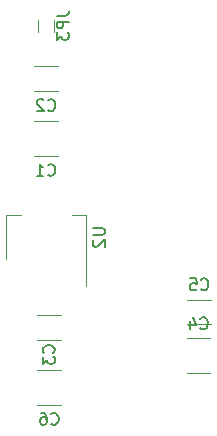
<source format=gbo>
G04 #@! TF.FileFunction,Legend,Bot*
%FSLAX46Y46*%
G04 Gerber Fmt 4.6, Leading zero omitted, Abs format (unit mm)*
G04 Created by KiCad (PCBNEW 4.0.6) date Sun Apr 30 02:44:44 2017*
%MOMM*%
%LPD*%
G01*
G04 APERTURE LIST*
%ADD10C,0.100000*%
%ADD11C,0.120000*%
%ADD12C,0.150000*%
G04 APERTURE END LIST*
D10*
D11*
X14566400Y-38618900D02*
X15826400Y-38618900D01*
X21386400Y-38618900D02*
X20126400Y-38618900D01*
X14566400Y-42378900D02*
X14566400Y-38618900D01*
X21386400Y-44628900D02*
X21386400Y-38618900D01*
X19240000Y-54735000D02*
X17240000Y-54735000D01*
X17240000Y-51785000D02*
X19240000Y-51785000D01*
X29930000Y-45851000D02*
X31930000Y-45851000D01*
X31930000Y-47901000D02*
X29930000Y-47901000D01*
X29870000Y-49101000D02*
X31870000Y-49101000D01*
X31870000Y-52051000D02*
X29870000Y-52051000D01*
X19240000Y-49205000D02*
X17240000Y-49205000D01*
X17240000Y-47155000D02*
X19240000Y-47155000D01*
X18965000Y-28130000D02*
X16965000Y-28130000D01*
X16965000Y-26080000D02*
X18965000Y-26080000D01*
X18965000Y-33660000D02*
X16965000Y-33660000D01*
X16965000Y-30710000D02*
X18965000Y-30710000D01*
X17300000Y-22130000D02*
X17300000Y-23130000D01*
X18660000Y-23130000D02*
X18660000Y-22130000D01*
D12*
X21928781Y-39766995D02*
X22738305Y-39766995D01*
X22833543Y-39814614D01*
X22881162Y-39862233D01*
X22928781Y-39957471D01*
X22928781Y-40147948D01*
X22881162Y-40243186D01*
X22833543Y-40290805D01*
X22738305Y-40338424D01*
X21928781Y-40338424D01*
X22024019Y-40766995D02*
X21976400Y-40814614D01*
X21928781Y-40909852D01*
X21928781Y-41147948D01*
X21976400Y-41243186D01*
X22024019Y-41290805D01*
X22119257Y-41338424D01*
X22214495Y-41338424D01*
X22357352Y-41290805D01*
X22928781Y-40719376D01*
X22928781Y-41338424D01*
X18406666Y-56317143D02*
X18454285Y-56364762D01*
X18597142Y-56412381D01*
X18692380Y-56412381D01*
X18835238Y-56364762D01*
X18930476Y-56269524D01*
X18978095Y-56174286D01*
X19025714Y-55983810D01*
X19025714Y-55840952D01*
X18978095Y-55650476D01*
X18930476Y-55555238D01*
X18835238Y-55460000D01*
X18692380Y-55412381D01*
X18597142Y-55412381D01*
X18454285Y-55460000D01*
X18406666Y-55507619D01*
X17549523Y-55412381D02*
X17740000Y-55412381D01*
X17835238Y-55460000D01*
X17882857Y-55507619D01*
X17978095Y-55650476D01*
X18025714Y-55840952D01*
X18025714Y-56221905D01*
X17978095Y-56317143D01*
X17930476Y-56364762D01*
X17835238Y-56412381D01*
X17644761Y-56412381D01*
X17549523Y-56364762D01*
X17501904Y-56317143D01*
X17454285Y-56221905D01*
X17454285Y-55983810D01*
X17501904Y-55888571D01*
X17549523Y-55840952D01*
X17644761Y-55793333D01*
X17835238Y-55793333D01*
X17930476Y-55840952D01*
X17978095Y-55888571D01*
X18025714Y-55983810D01*
X31096666Y-44933143D02*
X31144285Y-44980762D01*
X31287142Y-45028381D01*
X31382380Y-45028381D01*
X31525238Y-44980762D01*
X31620476Y-44885524D01*
X31668095Y-44790286D01*
X31715714Y-44599810D01*
X31715714Y-44456952D01*
X31668095Y-44266476D01*
X31620476Y-44171238D01*
X31525238Y-44076000D01*
X31382380Y-44028381D01*
X31287142Y-44028381D01*
X31144285Y-44076000D01*
X31096666Y-44123619D01*
X30191904Y-44028381D02*
X30668095Y-44028381D01*
X30715714Y-44504571D01*
X30668095Y-44456952D01*
X30572857Y-44409333D01*
X30334761Y-44409333D01*
X30239523Y-44456952D01*
X30191904Y-44504571D01*
X30144285Y-44599810D01*
X30144285Y-44837905D01*
X30191904Y-44933143D01*
X30239523Y-44980762D01*
X30334761Y-45028381D01*
X30572857Y-45028381D01*
X30668095Y-44980762D01*
X30715714Y-44933143D01*
X31036666Y-48233143D02*
X31084285Y-48280762D01*
X31227142Y-48328381D01*
X31322380Y-48328381D01*
X31465238Y-48280762D01*
X31560476Y-48185524D01*
X31608095Y-48090286D01*
X31655714Y-47899810D01*
X31655714Y-47756952D01*
X31608095Y-47566476D01*
X31560476Y-47471238D01*
X31465238Y-47376000D01*
X31322380Y-47328381D01*
X31227142Y-47328381D01*
X31084285Y-47376000D01*
X31036666Y-47423619D01*
X30179523Y-47661714D02*
X30179523Y-48328381D01*
X30417619Y-47280762D02*
X30655714Y-47995048D01*
X30036666Y-47995048D01*
X18597143Y-50313334D02*
X18644762Y-50265715D01*
X18692381Y-50122858D01*
X18692381Y-50027620D01*
X18644762Y-49884762D01*
X18549524Y-49789524D01*
X18454286Y-49741905D01*
X18263810Y-49694286D01*
X18120952Y-49694286D01*
X17930476Y-49741905D01*
X17835238Y-49789524D01*
X17740000Y-49884762D01*
X17692381Y-50027620D01*
X17692381Y-50122858D01*
X17740000Y-50265715D01*
X17787619Y-50313334D01*
X17692381Y-50646667D02*
X17692381Y-51265715D01*
X18073333Y-50932381D01*
X18073333Y-51075239D01*
X18120952Y-51170477D01*
X18168571Y-51218096D01*
X18263810Y-51265715D01*
X18501905Y-51265715D01*
X18597143Y-51218096D01*
X18644762Y-51170477D01*
X18692381Y-51075239D01*
X18692381Y-50789524D01*
X18644762Y-50694286D01*
X18597143Y-50646667D01*
X18131666Y-29762143D02*
X18179285Y-29809762D01*
X18322142Y-29857381D01*
X18417380Y-29857381D01*
X18560238Y-29809762D01*
X18655476Y-29714524D01*
X18703095Y-29619286D01*
X18750714Y-29428810D01*
X18750714Y-29285952D01*
X18703095Y-29095476D01*
X18655476Y-29000238D01*
X18560238Y-28905000D01*
X18417380Y-28857381D01*
X18322142Y-28857381D01*
X18179285Y-28905000D01*
X18131666Y-28952619D01*
X17750714Y-28952619D02*
X17703095Y-28905000D01*
X17607857Y-28857381D01*
X17369761Y-28857381D01*
X17274523Y-28905000D01*
X17226904Y-28952619D01*
X17179285Y-29047857D01*
X17179285Y-29143095D01*
X17226904Y-29285952D01*
X17798333Y-29857381D01*
X17179285Y-29857381D01*
X18131666Y-35242143D02*
X18179285Y-35289762D01*
X18322142Y-35337381D01*
X18417380Y-35337381D01*
X18560238Y-35289762D01*
X18655476Y-35194524D01*
X18703095Y-35099286D01*
X18750714Y-34908810D01*
X18750714Y-34765952D01*
X18703095Y-34575476D01*
X18655476Y-34480238D01*
X18560238Y-34385000D01*
X18417380Y-34337381D01*
X18322142Y-34337381D01*
X18179285Y-34385000D01*
X18131666Y-34432619D01*
X17179285Y-35337381D02*
X17750714Y-35337381D01*
X17465000Y-35337381D02*
X17465000Y-34337381D01*
X17560238Y-34480238D01*
X17655476Y-34575476D01*
X17750714Y-34623095D01*
X18882381Y-21796667D02*
X19596667Y-21796667D01*
X19739524Y-21749047D01*
X19834762Y-21653809D01*
X19882381Y-21510952D01*
X19882381Y-21415714D01*
X19882381Y-22272857D02*
X18882381Y-22272857D01*
X18882381Y-22653810D01*
X18930000Y-22749048D01*
X18977619Y-22796667D01*
X19072857Y-22844286D01*
X19215714Y-22844286D01*
X19310952Y-22796667D01*
X19358571Y-22749048D01*
X19406190Y-22653810D01*
X19406190Y-22272857D01*
X18882381Y-23177619D02*
X18882381Y-23796667D01*
X19263333Y-23463333D01*
X19263333Y-23606191D01*
X19310952Y-23701429D01*
X19358571Y-23749048D01*
X19453810Y-23796667D01*
X19691905Y-23796667D01*
X19787143Y-23749048D01*
X19834762Y-23701429D01*
X19882381Y-23606191D01*
X19882381Y-23320476D01*
X19834762Y-23225238D01*
X19787143Y-23177619D01*
M02*

</source>
